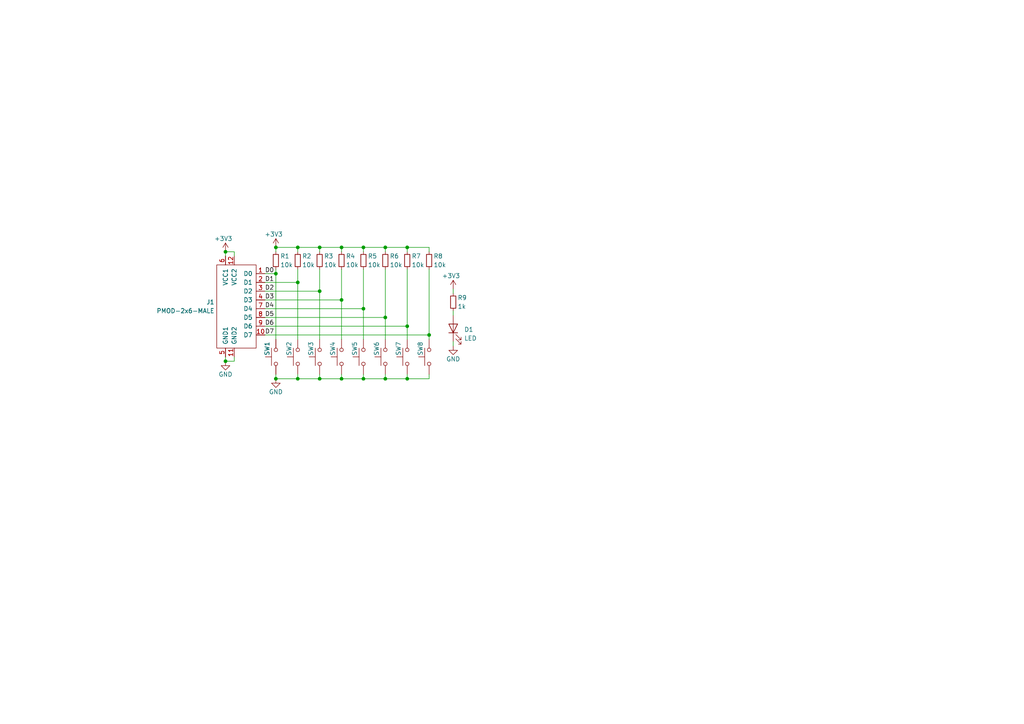
<source format=kicad_sch>
(kicad_sch (version 20211123) (generator eeschema)
  (paper "A4")
  (lib_symbols
    (symbol "power:+3V3" (power) (pin_names (offset 0))
      (property "Value" "+3V3" (at 0 3.556 0))
      (symbol "+3V3_0_1"
        (polyline (pts (xy -0.762 1.27) (xy 0 2.54)))
        (polyline (pts (xy 0 0) (xy 0 2.54)))
        (polyline (pts (xy 0 2.54) (xy 0.762 1.27)))
      )
      (symbol "+3V3_1_1"
        (pin power_in line (at 0 0 90) (length 0) hide (name "+3V3") (number "1"))
      )
    )
    (symbol "power:GND" (power) (pin_names (offset 0))
      (property "Value" "GND" (at 0 -3.81 0))
      (symbol "GND_0_1"
        (polyline (pts (xy 0 0) (xy 0 -1.27) (xy 1.27 -1.27) (xy 0 -2.54) (xy -1.27 -1.27) (xy 0 -1.27)))
      )
      (symbol "GND_1_1"
        (pin power_in line (at 0 0 270) (length 0) hide (name "GND") (number "1"))
      )
    )
    (symbol "tom-connectors:PMOD-2x6-MALE" (pin_names (offset 1.016))
      (property "Reference" "J" (at 2.54 -13.97 0))
      (property "Value" "PMOD-2x6-MALE" (at -8.89 -2.54 90))
      (symbol "PMOD-2x6-MALE_0_1"
        (rectangle (start -7.62 8.89) (end 3.81 -15.24))
        (rectangle (start 2.54 -8.89) (end 2.54 -8.89))
      )
      (symbol "PMOD-2x6-MALE_1_1"
        (pin bidirectional line (at 6.35 6.35 180) (length 2.54) (name "D0") (number "1"))
        (pin bidirectional line (at 6.35 -11.43 180) (length 2.54) (name "D7") (number "10"))
        (pin passive line (at -2.54 -17.78 90) (length 2.54) (name "GND2") (number "11"))
        (pin passive line (at -2.54 11.43 270) (length 2.54) (name "VCC2") (number "12"))
        (pin bidirectional line (at 6.35 3.81 180) (length 2.54) (name "D1") (number "2"))
        (pin bidirectional line (at 6.35 1.27 180) (length 2.54) (name "D2") (number "3"))
        (pin bidirectional line (at 6.35 -1.27 180) (length 2.54) (name "D3") (number "4"))
        (pin passive line (at -5.08 -17.78 90) (length 2.54) (name "GND1") (number "5"))
        (pin passive line (at -5.08 11.43 270) (length 2.54) (name "VCC1") (number "6"))
        (pin bidirectional line (at 6.35 -3.81 180) (length 2.54) (name "D4") (number "7"))
        (pin bidirectional line (at 6.35 -6.35 180) (length 2.54) (name "D5") (number "8"))
        (pin bidirectional line (at 6.35 -8.89 180) (length 2.54) (name "D6") (number "9"))
      )
    )
    (symbol "tom-mechanical:Switch_SW_Push" (pin_numbers hide) (pin_names (offset 1.016) hide)
      (property "Reference" "SW" (at 1.27 2.54 0))
      (property "Value" "Switch_SW_Push" (at 0 -1.524 0))
      (symbol "Switch_SW_Push_0_1"
        (circle (center -2.032 0) (radius 0.508))
        (polyline (pts (xy 0 1.27) (xy 0 3.048)))
        (polyline (pts (xy 2.54 1.27) (xy -2.54 1.27)))
        (circle (center 2.032 0) (radius 0.508))
        (pin passive line (at -5.08 0 0) (length 2.54) (name "1") (number "1"))
        (pin passive line (at 5.08 0 180) (length 2.54) (name "2") (number "2"))
      )
    )
    (symbol "tom-opto:LED" (pin_numbers hide) (pin_names (offset 1.016) hide)
      (property "Reference" "D" (at 0 2.54 0))
      (property "Value" "LED" (at 0 -2.54 0))
      (symbol "LED_0_1"
        (polyline (pts (xy -1.27 -1.27) (xy -1.27 1.27)) (stroke (width 0.2032)))
        (polyline (pts (xy -1.27 0) (xy 1.27 0)))
        (polyline (pts (xy 1.27 -1.27) (xy 1.27 1.27) (xy -1.27 0) (xy 1.27 -1.27)) (stroke (width 0.2032)))
        (polyline (pts (xy -3.048 -0.762) (xy -4.572 -2.286) (xy -3.81 -2.286) (xy -4.572 -2.286) (xy -4.572 -1.524)))
        (polyline (pts (xy -1.778 -0.762) (xy -3.302 -2.286) (xy -2.54 -2.286) (xy -3.302 -2.286) (xy -3.302 -1.524)))
      )
      (symbol "LED_1_1"
        (pin passive line (at -3.81 0 0) (length 2.54) (name "K") (number "1"))
        (pin passive line (at 3.81 0 180) (length 2.54) (name "A") (number "2"))
      )
    )
    (symbol "tom-passives:R_Small" (pin_numbers hide) (pin_names (offset 0.254) hide)
      (property "Reference" "R" (at 0.762 0.508 0))
      (property "Value" "R_Small" (at 0.762 -1.016 0))
      (symbol "R_Small_0_1"
        (rectangle (start -0.762 1.778) (end 0.762 -1.778) (stroke (width 0.2032)))
      )
      (symbol "R_Small_1_1"
        (pin passive line (at 0 2.54 270) (length 0.762) (name "~") (number "1"))
        (pin passive line (at 0 -2.54 90) (length 0.762) (name "~") (number "2"))
      )
    )
  )
  (junction (at 92.71 71.755))
  (junction (at 86.36 71.755))
  (junction (at 118.11 94.615))
  (junction (at 105.41 89.535))
  (junction (at 105.41 109.855))
  (junction (at 65.405 73.025))
  (junction (at 111.76 109.855))
  (junction (at 124.46 97.155))
  (junction (at 80.01 79.375))
  (junction (at 105.41 71.755))
  (junction (at 99.06 86.995))
  (junction (at 99.06 71.755))
  (junction (at 99.06 109.855))
  (junction (at 92.71 109.855))
  (junction (at 92.71 84.455))
  (junction (at 111.76 71.755))
  (junction (at 86.36 81.915))
  (junction (at 80.01 109.855))
  (junction (at 86.36 109.855))
  (junction (at 80.01 71.755))
  (junction (at 118.11 109.855))
  (junction (at 65.405 104.775))
  (junction (at 111.76 92.075))
  (junction (at 118.11 71.755))
  (wire (pts (xy 67.945 104.775) (xy 67.945 103.505)))
  (wire (pts (xy 99.06 71.755) (xy 99.06 73.025)))
  (wire (pts (xy 92.71 108.585) (xy 92.71 109.855)))
  (wire (pts (xy 65.405 73.025) (xy 67.945 73.025)))
  (wire (pts (xy 65.405 73.025) (xy 65.405 74.295)))
  (wire (pts (xy 76.835 86.995) (xy 99.06 86.995)))
  (wire (pts (xy 118.11 94.615) (xy 76.835 94.615)))
  (wire (pts (xy 131.445 83.82) (xy 131.445 85.09)))
  (wire (pts (xy 111.76 92.075) (xy 111.76 78.105)))
  (wire (pts (xy 105.41 109.855) (xy 99.06 109.855)))
  (wire (pts (xy 118.11 71.755) (xy 118.11 73.025)))
  (wire (pts (xy 105.41 108.585) (xy 105.41 109.855)))
  (wire (pts (xy 80.01 79.375) (xy 80.01 98.425)))
  (wire (pts (xy 118.11 71.755) (xy 124.46 71.755)))
  (wire (pts (xy 80.01 71.755) (xy 80.01 73.025)))
  (wire (pts (xy 105.41 78.105) (xy 105.41 89.535)))
  (wire (pts (xy 105.41 89.535) (xy 105.41 98.425)))
  (wire (pts (xy 99.06 86.995) (xy 99.06 78.105)))
  (wire (pts (xy 92.71 109.855) (xy 86.36 109.855)))
  (wire (pts (xy 86.36 81.915) (xy 86.36 98.425)))
  (wire (pts (xy 80.01 71.755) (xy 86.36 71.755)))
  (wire (pts (xy 99.06 108.585) (xy 99.06 109.855)))
  (wire (pts (xy 111.76 108.585) (xy 111.76 109.855)))
  (wire (pts (xy 80.01 109.855) (xy 80.01 108.585)))
  (wire (pts (xy 86.36 71.755) (xy 92.71 71.755)))
  (wire (pts (xy 86.36 78.105) (xy 86.36 81.915)))
  (wire (pts (xy 131.445 99.06) (xy 131.445 100.33)))
  (wire (pts (xy 80.01 79.375) (xy 76.835 79.375)))
  (wire (pts (xy 99.06 86.995) (xy 99.06 98.425)))
  (wire (pts (xy 76.835 97.155) (xy 124.46 97.155)))
  (wire (pts (xy 124.46 97.155) (xy 124.46 98.425)))
  (wire (pts (xy 80.01 78.105) (xy 80.01 79.375)))
  (wire (pts (xy 92.71 71.755) (xy 92.71 73.025)))
  (wire (pts (xy 111.76 71.755) (xy 118.11 71.755)))
  (wire (pts (xy 118.11 109.855) (xy 111.76 109.855)))
  (wire (pts (xy 86.36 81.915) (xy 76.835 81.915)))
  (wire (pts (xy 92.71 84.455) (xy 92.71 98.425)))
  (wire (pts (xy 111.76 109.855) (xy 105.41 109.855)))
  (wire (pts (xy 118.11 78.105) (xy 118.11 94.615)))
  (wire (pts (xy 92.71 71.755) (xy 99.06 71.755)))
  (wire (pts (xy 111.76 71.755) (xy 111.76 73.025)))
  (wire (pts (xy 86.36 109.855) (xy 80.01 109.855)))
  (wire (pts (xy 65.405 103.505) (xy 65.405 104.775)))
  (wire (pts (xy 105.41 71.755) (xy 105.41 73.025)))
  (wire (pts (xy 76.835 92.075) (xy 111.76 92.075)))
  (wire (pts (xy 105.41 71.755) (xy 111.76 71.755)))
  (wire (pts (xy 118.11 108.585) (xy 118.11 109.855)))
  (wire (pts (xy 131.445 90.17) (xy 131.445 91.44)))
  (wire (pts (xy 99.06 71.755) (xy 105.41 71.755)))
  (wire (pts (xy 124.46 108.585) (xy 124.46 109.855)))
  (wire (pts (xy 92.71 84.455) (xy 92.71 78.105)))
  (wire (pts (xy 111.76 92.075) (xy 111.76 98.425)))
  (wire (pts (xy 124.46 71.755) (xy 124.46 73.025)))
  (wire (pts (xy 99.06 109.855) (xy 92.71 109.855)))
  (wire (pts (xy 67.945 73.025) (xy 67.945 74.295)))
  (wire (pts (xy 86.36 71.755) (xy 86.36 73.025)))
  (wire (pts (xy 124.46 109.855) (xy 118.11 109.855)))
  (wire (pts (xy 124.46 78.105) (xy 124.46 97.155)))
  (wire (pts (xy 86.36 108.585) (xy 86.36 109.855)))
  (wire (pts (xy 65.405 104.775) (xy 67.945 104.775)))
  (wire (pts (xy 118.11 94.615) (xy 118.11 98.425)))
  (wire (pts (xy 105.41 89.535) (xy 76.835 89.535)))
  (wire (pts (xy 76.835 84.455) (xy 92.71 84.455)))
  (label "D5" (at 76.835 92.075 0))
  (label "D2" (at 76.835 84.455 0))
  (label "D7" (at 76.835 97.155 0))
  (label "D3" (at 76.835 86.995 0))
  (label "D4" (at 76.835 89.535 0))
  (label "D1" (at 76.835 81.915 0))
  (label "D6" (at 76.835 94.615 0))
  (label "D0" (at 76.835 79.375 0))
  (symbol (lib_id "tom-passives:R_Small") (at 118.11 75.565 0) (unit 1)
    (property "Reference" "R7" (at 119.38 74.295 0) (effects (justify left)))
    (property "Value" "10k" (at 119.38 76.835 0) (effects (justify left)))
    (property "Footprint" "tom-passives:C_0805_2012Metric_Pad1.15x1.40mm_HandSolder" (effects hide))
  )
  (symbol (lib_id "tom-mechanical:Switch_SW_Push") (at 86.36 103.505 90) (unit 1)
    (property "Reference" "SW2" (at 83.82 99.06 0) (effects (justify right)))
    (property "Value" "Switch_SW_Push" (effects hide))
    (property "Footprint" "tom-mechanical:SW_Push_1P1T_NO_CK_PTS125Sx43PSMTR" (effects hide))
  )
  (symbol (lib_id "tom-mechanical:Switch_SW_Push") (at 105.41 103.505 90) (unit 1)
    (property "Reference" "SW5" (at 102.87 99.06 0) (effects (justify right)))
    (property "Value" "Switch_SW_Push" (effects hide))
    (property "Footprint" "tom-mechanical:SW_Push_1P1T_NO_CK_PTS125Sx43PSMTR" (effects hide))
  )
  (symbol (lib_id "tom-mechanical:Switch_SW_Push") (at 124.46 103.505 90) (unit 1)
    (property "Reference" "SW8" (at 121.92 99.06 0) (effects (justify right)))
    (property "Value" "Switch_SW_Push" (effects hide))
    (property "Footprint" "tom-mechanical:SW_Push_1P1T_NO_CK_PTS125Sx43PSMTR" (effects hide))
  )
  (symbol (lib_id "tom-mechanical:Switch_SW_Push") (at 92.71 103.505 90) (unit 1)
    (property "Reference" "SW3" (at 90.17 99.06 0) (effects (justify right)))
    (property "Value" "Switch_SW_Push" (effects hide))
    (property "Footprint" "tom-mechanical:SW_Push_1P1T_NO_CK_PTS125Sx43PSMTR" (effects hide))
  )
  (symbol (lib_id "tom-passives:R_Small") (at 80.01 75.565 0) (unit 1)
    (property "Reference" "R1" (at 81.28 74.295 0) (effects (justify left)))
    (property "Value" "10k" (at 81.28 76.835 0) (effects (justify left)))
    (property "Footprint" "tom-passives:C_0805_2012Metric_Pad1.15x1.40mm_HandSolder" (effects hide))
  )
  (symbol (lib_id "tom-opto:LED") (at 131.445 95.25 90) (unit 1)
    (property "Reference" "D1" (at 134.62 95.5801 90) (effects (justify right)))
    (property "Value" "LED" (at 134.62 98.1201 90) (effects (justify right)))
    (property "Footprint" "tom-opto:LED_0805_2012Metric_Pad1.15x1.40mm_HandSolder" (effects hide))
  )
  (symbol (lib_id "power:+3V3") (at 131.445 83.82 0) (unit 1)
    (property "Reference" "#PWR05" (effects hide))
    (property "Value" "+3V3" (at 130.81 80.01 0))
  )
  (symbol (lib_id "tom-passives:R_Small") (at 105.41 75.565 0) (unit 1)
    (property "Reference" "R5" (at 106.68 74.295 0) (effects (justify left)))
    (property "Value" "10k" (at 106.68 76.835 0) (effects (justify left)))
    (property "Footprint" "tom-passives:C_0805_2012Metric_Pad1.15x1.40mm_HandSolder" (effects hide))
  )
  (symbol (lib_id "power:+3V3") (at 65.405 73.025 0) (unit 1)
    (property "Reference" "#PWR01" (effects hide))
    (property "Value" "+3V3" (at 64.77 69.215 0))
  )
  (symbol (lib_id "power:GND") (at 80.01 109.855 0) (unit 1)
    (property "Reference" "#PWR04" (effects hide))
    (property "Value" "GND" (at 80.01 113.665 0))
  )
  (symbol (lib_id "tom-passives:R_Small") (at 86.36 75.565 0) (unit 1)
    (property "Reference" "R2" (at 87.63 74.295 0) (effects (justify left)))
    (property "Value" "10k" (at 87.63 76.835 0) (effects (justify left)))
    (property "Footprint" "tom-passives:C_0805_2012Metric_Pad1.15x1.40mm_HandSolder" (effects hide))
  )
  (symbol (lib_id "tom-mechanical:Switch_SW_Push") (at 111.76 103.505 90) (unit 1)
    (property "Reference" "SW6" (at 109.22 99.06 0) (effects (justify right)))
    (property "Value" "Switch_SW_Push" (effects hide))
    (property "Footprint" "tom-mechanical:SW_Push_1P1T_NO_CK_PTS125Sx43PSMTR" (effects hide))
  )
  (symbol (lib_id "tom-mechanical:Switch_SW_Push") (at 99.06 103.505 90) (unit 1)
    (property "Reference" "SW4" (at 96.52 99.06 0) (effects (justify right)))
    (property "Value" "Switch_SW_Push" (effects hide))
    (property "Footprint" "tom-mechanical:SW_Push_1P1T_NO_CK_PTS125Sx43PSMTR" (effects hide))
  )
  (symbol (lib_id "power:GND") (at 131.445 100.33 0) (unit 1)
    (property "Reference" "#PWR06" (effects hide))
    (property "Value" "GND" (at 131.445 104.14 0))
  )
  (symbol (lib_id "tom-mechanical:Switch_SW_Push") (at 80.01 103.505 90) (unit 1)
    (property "Reference" "SW1" (at 77.47 99.06 0) (effects (justify right)))
    (property "Value" "Switch_SW_Push" (effects hide))
    (property "Footprint" "tom-mechanical:SW_Push_1P1T_NO_CK_PTS125Sx43PSMTR" (effects hide))
  )
  (symbol (lib_id "tom-connectors:PMOD-2x6-MALE") (at 70.485 85.725 0) (unit 1)
    (property "Reference" "J1" (at 62.23 87.6299 0) (effects (justify right)))
    (property "Value" "PMOD-2x6-MALE" (at 62.23 90.1699 0) (effects (justify right)))
    (property "Footprint" "tom-connectors:PMOD_2X6_PTH_RA_PLUG" (effects hide))
  )
  (symbol (lib_id "tom-passives:R_Small") (at 111.76 75.565 0) (unit 1)
    (property "Reference" "R6" (at 113.03 74.295 0) (effects (justify left)))
    (property "Value" "10k" (at 113.03 76.835 0) (effects (justify left)))
    (property "Footprint" "tom-passives:C_0805_2012Metric_Pad1.15x1.40mm_HandSolder" (effects hide))
  )
  (symbol (lib_id "power:GND") (at 65.405 104.775 0) (unit 1)
    (property "Reference" "#PWR02" (effects hide))
    (property "Value" "GND" (at 65.405 108.585 0))
  )
  (symbol (lib_id "tom-passives:R_Small") (at 99.06 75.565 0) (unit 1)
    (property "Reference" "R4" (at 100.33 74.295 0) (effects (justify left)))
    (property "Value" "10k" (at 100.33 76.835 0) (effects (justify left)))
    (property "Footprint" "tom-passives:C_0805_2012Metric_Pad1.15x1.40mm_HandSolder" (effects hide))
  )
  (symbol (lib_id "power:+3V3") (at 80.01 71.755 0) (unit 1)
    (property "Reference" "#PWR03" (effects hide))
    (property "Value" "+3V3" (at 79.375 67.945 0))
  )
  (symbol (lib_id "tom-mechanical:Switch_SW_Push") (at 118.11 103.505 90) (unit 1)
    (property "Reference" "SW7" (at 115.57 99.06 0) (effects (justify right)))
    (property "Value" "Switch_SW_Push" (effects hide))
    (property "Footprint" "tom-mechanical:SW_Push_1P1T_NO_CK_PTS125Sx43PSMTR" (effects hide))
  )
  (symbol (lib_id "tom-passives:R_Small") (at 92.71 75.565 0) (unit 1)
    (property "Reference" "R3" (at 93.98 74.295 0) (effects (justify left)))
    (property "Value" "10k" (at 93.98 76.835 0) (effects (justify left)))
    (property "Footprint" "tom-passives:C_0805_2012Metric_Pad1.15x1.40mm_HandSolder" (effects hide))
  )
  (symbol (lib_id "tom-passives:R_Small") (at 124.46 75.565 0) (unit 1)
    (property "Reference" "R8" (at 125.73 74.295 0) (effects (justify left)))
    (property "Value" "10k" (at 125.73 76.835 0) (effects (justify left)))
    (property "Footprint" "tom-passives:C_0805_2012Metric_Pad1.15x1.40mm_HandSolder" (effects hide))
  )
  (symbol (lib_id "tom-passives:R_Small") (at 131.445 87.63 0) (unit 1)
    (property "Reference" "R9" (at 132.715 86.36 0) (effects (justify left)))
    (property "Value" "1k" (at 132.715 88.9 0) (effects (justify left)))
    (property "Footprint" "tom-passives:C_0805_2012Metric_Pad1.15x1.40mm_HandSolder" (effects hide))
  )
)
</source>
